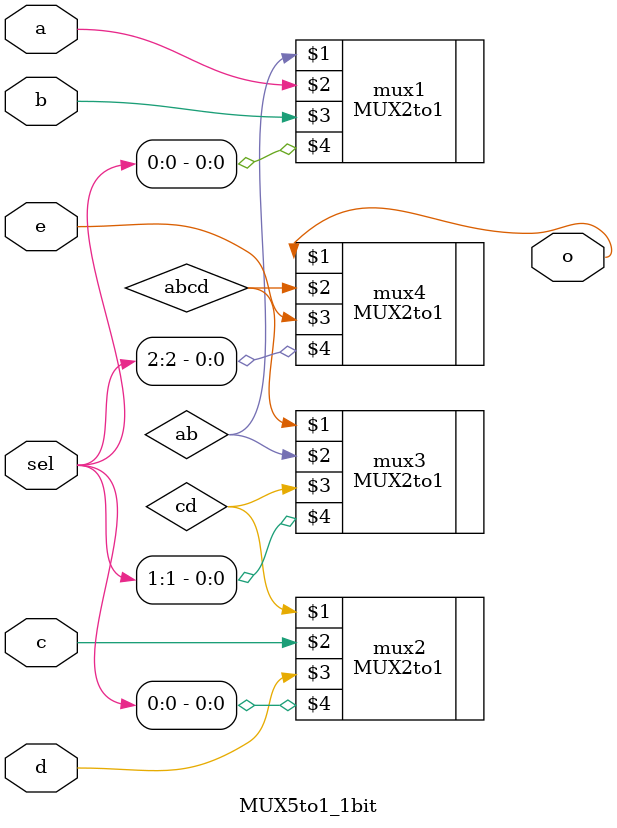
<source format=v>
module MUX5to1_1bit(o,a,b,c,d,e,sel);
	output o;
	input a,b,c,d,e;
	input [2:0]sel;
	
	MUX2to1 mux1(ab,a,b,sel[0]);
	MUX2to1 mux2(cd,c,d,sel[0]);
	MUX2to1 mux3(abcd,ab,cd,sel[1]);
	MUX2to1 mux4(o,abcd,e,sel[2]);

endmodule

</source>
